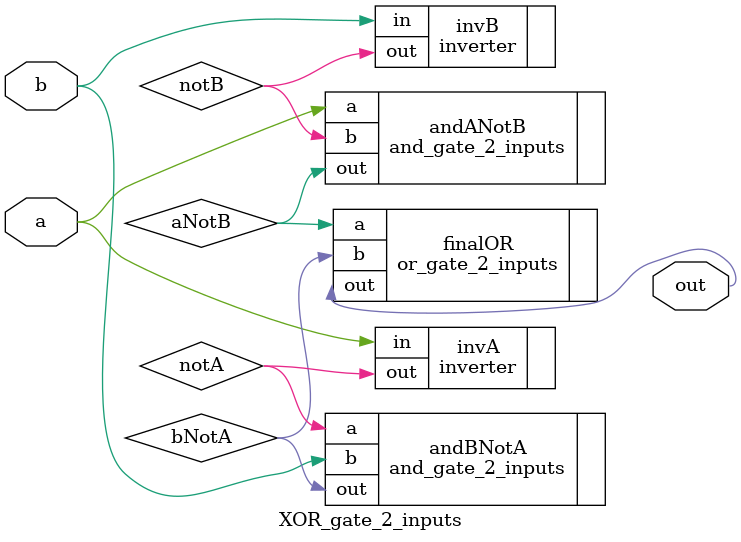
<source format=sv>
`timescale 1ps/1ps
module XOR_gate_2_inputs (a, b, out);
	input logic a, b;
	output logic out;
	
	logic notA, notB;
	
	inverter invA (.in(a), .out(notA));
	inverter invB (.in(b), .out(notB));
	
	logic aNotB, bNotA;
	
	and_gate_2_inputs andANotB (.a, .b(notB), .out(aNotB));
	and_gate_2_inputs andBNotA (.a(notA), .b, .out(bNotA));
	
	or_gate_2_inputs finalOR (.a(aNotB), .b(bNotA), .out);
	
endmodule 
</source>
